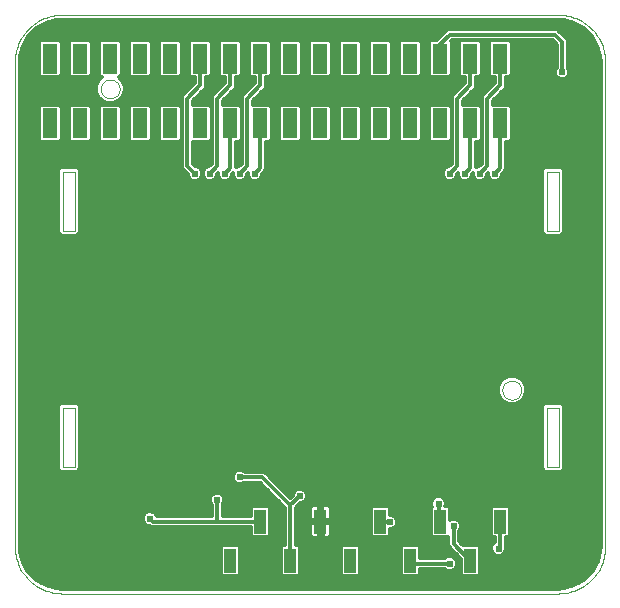
<source format=gbl>
G75*
G70*
%OFA0B0*%
%FSLAX24Y24*%
%IPPOS*%
%LPD*%
%AMOC8*
5,1,8,0,0,1.08239X$1,22.5*
%
%ADD10R,0.0394X0.0787*%
%ADD11R,0.0500X0.1000*%
%ADD12C,0.0000*%
%ADD13C,0.0120*%
%ADD14C,0.0238*%
D10*
X012607Y001600D03*
X014607Y001600D03*
X013607Y002900D03*
X015607Y002900D03*
X017607Y002900D03*
X016607Y001600D03*
X018607Y001600D03*
X020607Y001600D03*
X019607Y002900D03*
X021607Y002900D03*
D11*
X021607Y016175D03*
X020607Y016175D03*
X019607Y016175D03*
X018607Y016175D03*
X017607Y016175D03*
X016607Y016175D03*
X015607Y016175D03*
X014607Y016175D03*
X013607Y016175D03*
X012607Y016175D03*
X011607Y016175D03*
X010607Y016175D03*
X009607Y016175D03*
X008607Y016175D03*
X007607Y016175D03*
X006607Y016175D03*
X006607Y018325D03*
X007607Y018325D03*
X008607Y018325D03*
X009607Y018325D03*
X010607Y018325D03*
X011607Y018325D03*
X012607Y018325D03*
X013607Y018325D03*
X014607Y018325D03*
X015607Y018325D03*
X016607Y018325D03*
X017607Y018325D03*
X018607Y018325D03*
X019607Y018325D03*
X020607Y018325D03*
X021607Y018325D03*
D12*
X005418Y018217D02*
X005418Y002075D01*
X005420Y001998D01*
X005426Y001921D01*
X005435Y001844D01*
X005448Y001768D01*
X005465Y001692D01*
X005486Y001618D01*
X005510Y001544D01*
X005538Y001472D01*
X005569Y001402D01*
X005604Y001333D01*
X005642Y001265D01*
X005683Y001200D01*
X005728Y001137D01*
X005776Y001076D01*
X005826Y001017D01*
X005879Y000961D01*
X005935Y000908D01*
X005994Y000858D01*
X006055Y000810D01*
X006118Y000765D01*
X006183Y000724D01*
X006251Y000686D01*
X006320Y000651D01*
X006390Y000620D01*
X006462Y000592D01*
X006536Y000568D01*
X006610Y000547D01*
X006686Y000530D01*
X006762Y000517D01*
X006839Y000508D01*
X006916Y000502D01*
X006993Y000500D01*
X023528Y000500D01*
X023605Y000502D01*
X023682Y000508D01*
X023759Y000517D01*
X023835Y000530D01*
X023911Y000547D01*
X023985Y000568D01*
X024059Y000592D01*
X024131Y000620D01*
X024201Y000651D01*
X024270Y000686D01*
X024338Y000724D01*
X024403Y000765D01*
X024466Y000810D01*
X024527Y000858D01*
X024586Y000908D01*
X024642Y000961D01*
X024695Y001017D01*
X024745Y001076D01*
X024793Y001137D01*
X024838Y001200D01*
X024879Y001265D01*
X024917Y001333D01*
X024952Y001402D01*
X024983Y001472D01*
X025011Y001544D01*
X025035Y001618D01*
X025056Y001692D01*
X025073Y001768D01*
X025086Y001844D01*
X025095Y001921D01*
X025101Y001998D01*
X025103Y002075D01*
X025103Y018217D01*
X025101Y018294D01*
X025095Y018371D01*
X025086Y018448D01*
X025073Y018524D01*
X025056Y018600D01*
X025035Y018674D01*
X025011Y018748D01*
X024983Y018820D01*
X024952Y018890D01*
X024917Y018959D01*
X024879Y019027D01*
X024838Y019092D01*
X024793Y019155D01*
X024745Y019216D01*
X024695Y019275D01*
X024642Y019331D01*
X024586Y019384D01*
X024527Y019434D01*
X024466Y019482D01*
X024403Y019527D01*
X024338Y019568D01*
X024270Y019606D01*
X024201Y019641D01*
X024131Y019672D01*
X024059Y019700D01*
X023985Y019724D01*
X023911Y019745D01*
X023835Y019762D01*
X023759Y019775D01*
X023682Y019784D01*
X023605Y019790D01*
X023528Y019792D01*
X023528Y019791D02*
X006993Y019791D01*
X006993Y019792D02*
X006916Y019790D01*
X006839Y019784D01*
X006762Y019775D01*
X006686Y019762D01*
X006610Y019745D01*
X006536Y019724D01*
X006462Y019700D01*
X006390Y019672D01*
X006320Y019641D01*
X006251Y019606D01*
X006183Y019568D01*
X006118Y019527D01*
X006055Y019482D01*
X005994Y019434D01*
X005935Y019384D01*
X005879Y019331D01*
X005826Y019275D01*
X005776Y019216D01*
X005728Y019155D01*
X005683Y019092D01*
X005642Y019027D01*
X005604Y018959D01*
X005569Y018890D01*
X005538Y018820D01*
X005510Y018748D01*
X005486Y018674D01*
X005465Y018600D01*
X005448Y018524D01*
X005435Y018448D01*
X005426Y018371D01*
X005420Y018294D01*
X005418Y018217D01*
X008286Y017319D02*
X008288Y017354D01*
X008294Y017389D01*
X008304Y017423D01*
X008317Y017456D01*
X008334Y017487D01*
X008355Y017515D01*
X008378Y017542D01*
X008405Y017565D01*
X008433Y017586D01*
X008464Y017603D01*
X008497Y017616D01*
X008531Y017626D01*
X008566Y017632D01*
X008601Y017634D01*
X008636Y017632D01*
X008671Y017626D01*
X008705Y017616D01*
X008738Y017603D01*
X008769Y017586D01*
X008797Y017565D01*
X008824Y017542D01*
X008847Y017515D01*
X008868Y017487D01*
X008885Y017456D01*
X008898Y017423D01*
X008908Y017389D01*
X008914Y017354D01*
X008916Y017319D01*
X008914Y017284D01*
X008908Y017249D01*
X008898Y017215D01*
X008885Y017182D01*
X008868Y017151D01*
X008847Y017123D01*
X008824Y017096D01*
X008797Y017073D01*
X008769Y017052D01*
X008738Y017035D01*
X008705Y017022D01*
X008671Y017012D01*
X008636Y017006D01*
X008601Y017004D01*
X008566Y017006D01*
X008531Y017012D01*
X008497Y017022D01*
X008464Y017035D01*
X008433Y017052D01*
X008405Y017073D01*
X008378Y017096D01*
X008355Y017123D01*
X008334Y017151D01*
X008317Y017182D01*
X008304Y017215D01*
X008294Y017249D01*
X008288Y017284D01*
X008286Y017319D01*
X007420Y014563D02*
X007026Y014563D01*
X007026Y012594D01*
X007420Y012594D01*
X007420Y014563D01*
X007420Y006689D02*
X007026Y006689D01*
X007026Y004720D01*
X007420Y004720D01*
X007420Y006689D01*
X021672Y007280D02*
X021674Y007315D01*
X021680Y007350D01*
X021690Y007384D01*
X021703Y007417D01*
X021720Y007448D01*
X021741Y007476D01*
X021764Y007503D01*
X021791Y007526D01*
X021819Y007547D01*
X021850Y007564D01*
X021883Y007577D01*
X021917Y007587D01*
X021952Y007593D01*
X021987Y007595D01*
X022022Y007593D01*
X022057Y007587D01*
X022091Y007577D01*
X022124Y007564D01*
X022155Y007547D01*
X022183Y007526D01*
X022210Y007503D01*
X022233Y007476D01*
X022254Y007448D01*
X022271Y007417D01*
X022284Y007384D01*
X022294Y007350D01*
X022300Y007315D01*
X022302Y007280D01*
X022300Y007245D01*
X022294Y007210D01*
X022284Y007176D01*
X022271Y007143D01*
X022254Y007112D01*
X022233Y007084D01*
X022210Y007057D01*
X022183Y007034D01*
X022155Y007013D01*
X022124Y006996D01*
X022091Y006983D01*
X022057Y006973D01*
X022022Y006967D01*
X021987Y006965D01*
X021952Y006967D01*
X021917Y006973D01*
X021883Y006983D01*
X021850Y006996D01*
X021819Y007013D01*
X021791Y007034D01*
X021764Y007057D01*
X021741Y007084D01*
X021720Y007112D01*
X021703Y007143D01*
X021690Y007176D01*
X021680Y007210D01*
X021674Y007245D01*
X021672Y007280D01*
X023168Y006689D02*
X023168Y004720D01*
X023562Y004720D01*
X023562Y006689D01*
X023168Y006689D01*
X023168Y012594D02*
X023168Y014563D01*
X023562Y014563D01*
X023562Y012594D01*
X023168Y012594D01*
D13*
X023008Y012587D02*
X007580Y012587D01*
X007580Y012528D02*
X007580Y014629D01*
X007486Y014723D01*
X007354Y014723D01*
X007093Y014723D01*
X006960Y014723D01*
X006866Y014629D01*
X006866Y012528D01*
X006960Y012434D01*
X007486Y012434D01*
X007580Y012528D01*
X007520Y012469D02*
X023068Y012469D01*
X023102Y012434D02*
X023628Y012434D01*
X023722Y012528D01*
X023722Y014629D01*
X023628Y014723D01*
X023102Y014723D01*
X023008Y014629D01*
X023008Y014497D01*
X023008Y012528D01*
X023102Y012434D01*
X023008Y012706D02*
X007580Y012706D01*
X007580Y012824D02*
X023008Y012824D01*
X023008Y012943D02*
X007580Y012943D01*
X007580Y013061D02*
X023008Y013061D01*
X023008Y013180D02*
X007580Y013180D01*
X007580Y013298D02*
X023008Y013298D01*
X023008Y013417D02*
X007580Y013417D01*
X007580Y013535D02*
X023008Y013535D01*
X023008Y013654D02*
X007580Y013654D01*
X007580Y013772D02*
X023008Y013772D01*
X023008Y013891D02*
X007580Y013891D01*
X007580Y014009D02*
X023008Y014009D01*
X023008Y014128D02*
X007580Y014128D01*
X007580Y014246D02*
X023008Y014246D01*
X023008Y014365D02*
X021621Y014365D01*
X021657Y014452D01*
X021657Y014484D01*
X021787Y014614D01*
X021787Y015555D01*
X021907Y015555D01*
X021977Y015625D01*
X021977Y016725D01*
X021907Y016795D01*
X021348Y016795D01*
X021348Y016925D01*
X021787Y017364D01*
X021787Y017705D01*
X021907Y017705D01*
X021977Y017775D01*
X021977Y018875D01*
X021907Y018945D01*
X021307Y018945D01*
X021237Y018875D01*
X021237Y017775D01*
X021307Y017705D01*
X021427Y017705D01*
X021427Y017514D01*
X021094Y017180D01*
X020988Y017075D01*
X020988Y014825D01*
X020903Y014739D01*
X020871Y014739D01*
X020787Y014704D01*
X020787Y015555D01*
X020907Y015555D01*
X020977Y015625D01*
X020977Y016725D01*
X020907Y016795D01*
X020348Y016795D01*
X020348Y016925D01*
X020787Y017364D01*
X020787Y017705D01*
X020907Y017705D01*
X020977Y017775D01*
X020977Y018875D01*
X020907Y018945D01*
X020307Y018945D01*
X020237Y018875D01*
X020237Y017775D01*
X020307Y017705D01*
X020427Y017705D01*
X020427Y017514D01*
X020094Y017180D01*
X019988Y017075D01*
X019988Y014825D01*
X019903Y014739D01*
X019871Y014739D01*
X019783Y014703D01*
X019715Y014635D01*
X019679Y014548D01*
X019679Y014452D01*
X019715Y014365D01*
X019783Y014297D01*
X019871Y014261D01*
X019966Y014261D01*
X020054Y014297D01*
X020121Y014365D01*
X020157Y014452D01*
X020157Y014484D01*
X020179Y014506D01*
X020179Y014452D01*
X020215Y014365D01*
X020283Y014297D01*
X020371Y014261D01*
X020466Y014261D01*
X020554Y014297D01*
X020621Y014365D01*
X020657Y014452D01*
X020657Y014484D01*
X020679Y014506D01*
X020679Y014452D01*
X020715Y014365D01*
X020783Y014297D01*
X020871Y014261D01*
X020966Y014261D01*
X021054Y014297D01*
X021121Y014365D01*
X021157Y014452D01*
X021157Y014484D01*
X021179Y014506D01*
X021179Y014452D01*
X021215Y014365D01*
X021283Y014297D01*
X021371Y014261D01*
X021466Y014261D01*
X021554Y014297D01*
X021621Y014365D01*
X021657Y014483D02*
X023008Y014483D01*
X023008Y014602D02*
X021774Y014602D01*
X021787Y014720D02*
X023099Y014720D01*
X023631Y014720D02*
X024943Y014720D01*
X024943Y014602D02*
X023722Y014602D01*
X023722Y014483D02*
X024943Y014483D01*
X024943Y014365D02*
X023722Y014365D01*
X023722Y014246D02*
X024943Y014246D01*
X024943Y014128D02*
X023722Y014128D01*
X023722Y014009D02*
X024943Y014009D01*
X024943Y013891D02*
X023722Y013891D01*
X023722Y013772D02*
X024943Y013772D01*
X024943Y013654D02*
X023722Y013654D01*
X023722Y013535D02*
X024943Y013535D01*
X024943Y013417D02*
X023722Y013417D01*
X023722Y013298D02*
X024943Y013298D01*
X024943Y013180D02*
X023722Y013180D01*
X023722Y013061D02*
X024943Y013061D01*
X024943Y012943D02*
X023722Y012943D01*
X023722Y012824D02*
X024943Y012824D01*
X024943Y012706D02*
X023722Y012706D01*
X023722Y012587D02*
X024943Y012587D01*
X024943Y012469D02*
X023662Y012469D01*
X024943Y012350D02*
X005578Y012350D01*
X005578Y012232D02*
X024943Y012232D01*
X024943Y012113D02*
X005578Y012113D01*
X005578Y011995D02*
X024943Y011995D01*
X024943Y011876D02*
X005578Y011876D01*
X005578Y011758D02*
X024943Y011758D01*
X024943Y011639D02*
X005578Y011639D01*
X005578Y011521D02*
X024943Y011521D01*
X024943Y011402D02*
X005578Y011402D01*
X005578Y011284D02*
X024943Y011284D01*
X024943Y011165D02*
X005578Y011165D01*
X005578Y011047D02*
X024943Y011047D01*
X024943Y010928D02*
X005578Y010928D01*
X005578Y010810D02*
X024943Y010810D01*
X024943Y010691D02*
X005578Y010691D01*
X005578Y010573D02*
X024943Y010573D01*
X024943Y010454D02*
X005578Y010454D01*
X005578Y010336D02*
X024943Y010336D01*
X024943Y010217D02*
X005578Y010217D01*
X005578Y010099D02*
X024943Y010099D01*
X024943Y009980D02*
X005578Y009980D01*
X005578Y009862D02*
X024943Y009862D01*
X024943Y009743D02*
X005578Y009743D01*
X005578Y009625D02*
X024943Y009625D01*
X024943Y009506D02*
X005578Y009506D01*
X005578Y009388D02*
X024943Y009388D01*
X024943Y009269D02*
X005578Y009269D01*
X005578Y009151D02*
X024943Y009151D01*
X024943Y009032D02*
X005578Y009032D01*
X005578Y008914D02*
X024943Y008914D01*
X024943Y008795D02*
X005578Y008795D01*
X005578Y008677D02*
X024943Y008677D01*
X024943Y008558D02*
X005578Y008558D01*
X005578Y008440D02*
X024943Y008440D01*
X024943Y008321D02*
X005578Y008321D01*
X005578Y008203D02*
X024943Y008203D01*
X024943Y008084D02*
X005578Y008084D01*
X005578Y007966D02*
X024943Y007966D01*
X024943Y007847D02*
X005578Y007847D01*
X005578Y007729D02*
X021830Y007729D01*
X021893Y007754D02*
X021718Y007682D01*
X021584Y007549D01*
X021512Y007374D01*
X021512Y007185D01*
X021584Y007010D01*
X021718Y006877D01*
X021893Y006805D01*
X022081Y006805D01*
X022256Y006877D01*
X022390Y007010D01*
X022462Y007185D01*
X022462Y007374D01*
X022390Y007549D01*
X022256Y007682D01*
X022081Y007754D01*
X021893Y007754D01*
X022144Y007729D02*
X024943Y007729D01*
X024943Y007610D02*
X022328Y007610D01*
X022413Y007492D02*
X024943Y007492D01*
X024943Y007373D02*
X022462Y007373D01*
X022462Y007255D02*
X024943Y007255D01*
X024943Y007136D02*
X022442Y007136D01*
X022393Y007018D02*
X024943Y007018D01*
X024943Y006899D02*
X022278Y006899D01*
X021696Y006899D02*
X005578Y006899D01*
X005578Y006781D02*
X006892Y006781D01*
X006866Y006755D02*
X006960Y006849D01*
X007093Y006849D01*
X007354Y006849D01*
X007486Y006849D01*
X007580Y006755D01*
X007580Y004654D01*
X007486Y004560D01*
X006960Y004560D01*
X006866Y004654D01*
X006866Y006755D01*
X006866Y006662D02*
X005578Y006662D01*
X005578Y006544D02*
X006866Y006544D01*
X006866Y006425D02*
X005578Y006425D01*
X005578Y006307D02*
X006866Y006307D01*
X006866Y006188D02*
X005578Y006188D01*
X005578Y006070D02*
X006866Y006070D01*
X006866Y005951D02*
X005578Y005951D01*
X005578Y005833D02*
X006866Y005833D01*
X006866Y005714D02*
X005578Y005714D01*
X005578Y005596D02*
X006866Y005596D01*
X006866Y005477D02*
X005578Y005477D01*
X005578Y005359D02*
X006866Y005359D01*
X006866Y005240D02*
X005578Y005240D01*
X005578Y005122D02*
X006866Y005122D01*
X006866Y005003D02*
X005578Y005003D01*
X005578Y004885D02*
X006866Y004885D01*
X006866Y004766D02*
X005578Y004766D01*
X005578Y004648D02*
X006873Y004648D01*
X007573Y004648D02*
X023015Y004648D01*
X023008Y004654D02*
X023102Y004560D01*
X023628Y004560D01*
X023722Y004654D01*
X023722Y006755D01*
X023628Y006849D01*
X023496Y006849D01*
X023234Y006849D01*
X023102Y006849D01*
X023008Y006755D01*
X023008Y004654D01*
X023008Y004766D02*
X007580Y004766D01*
X007580Y004885D02*
X023008Y004885D01*
X023008Y005003D02*
X007580Y005003D01*
X007580Y005122D02*
X023008Y005122D01*
X023008Y005240D02*
X007580Y005240D01*
X007580Y005359D02*
X023008Y005359D01*
X023008Y005477D02*
X007580Y005477D01*
X007580Y005596D02*
X023008Y005596D01*
X023008Y005714D02*
X007580Y005714D01*
X007580Y005833D02*
X023008Y005833D01*
X023008Y005951D02*
X007580Y005951D01*
X007580Y006070D02*
X023008Y006070D01*
X023008Y006188D02*
X007580Y006188D01*
X007580Y006307D02*
X023008Y006307D01*
X023008Y006425D02*
X007580Y006425D01*
X007580Y006544D02*
X023008Y006544D01*
X023008Y006662D02*
X007580Y006662D01*
X007555Y006781D02*
X023033Y006781D01*
X023697Y006781D02*
X024943Y006781D01*
X024943Y006662D02*
X023722Y006662D01*
X023722Y006544D02*
X024943Y006544D01*
X024943Y006425D02*
X023722Y006425D01*
X023722Y006307D02*
X024943Y006307D01*
X024943Y006188D02*
X023722Y006188D01*
X023722Y006070D02*
X024943Y006070D01*
X024943Y005951D02*
X023722Y005951D01*
X023722Y005833D02*
X024943Y005833D01*
X024943Y005714D02*
X023722Y005714D01*
X023722Y005596D02*
X024943Y005596D01*
X024918Y005500D02*
X023918Y004500D01*
X016168Y004500D01*
X015981Y004313D01*
X016043Y004375D01*
X016043Y004875D01*
X015418Y004500D02*
X015168Y004750D01*
X012543Y004750D01*
X012734Y004529D02*
X005578Y004529D01*
X005578Y004411D02*
X012679Y004411D01*
X012679Y004423D02*
X012679Y004327D01*
X012715Y004240D01*
X012783Y004172D01*
X012871Y004136D01*
X012966Y004136D01*
X013054Y004172D01*
X013076Y004195D01*
X013597Y004195D01*
X014427Y003364D01*
X014427Y002114D01*
X014361Y002114D01*
X014290Y002044D01*
X014290Y001157D01*
X014361Y001087D01*
X014854Y001087D01*
X014924Y001157D01*
X014924Y002044D01*
X014854Y002114D01*
X014787Y002114D01*
X014787Y003364D01*
X014934Y003511D01*
X014966Y003511D01*
X015054Y003547D01*
X015121Y003615D01*
X015157Y003702D01*
X015157Y003798D01*
X015121Y003885D01*
X015054Y003953D01*
X014966Y003989D01*
X014871Y003989D01*
X014783Y003953D01*
X014715Y003885D01*
X014679Y003798D01*
X014679Y003766D01*
X014607Y003694D01*
X013746Y004555D01*
X013076Y004555D01*
X013054Y004578D01*
X012966Y004614D01*
X012871Y004614D01*
X012783Y004578D01*
X012715Y004510D01*
X012679Y004423D01*
X012694Y004292D02*
X005578Y004292D01*
X005578Y004174D02*
X012782Y004174D01*
X012918Y004375D02*
X013671Y004375D01*
X014607Y003439D01*
X014918Y003750D01*
X014607Y003439D01*
X014607Y001600D01*
X014290Y001567D02*
X012924Y001567D01*
X012924Y001685D02*
X014290Y001685D01*
X014290Y001804D02*
X012924Y001804D01*
X012924Y001922D02*
X014290Y001922D01*
X014290Y002041D02*
X012924Y002041D01*
X012924Y002044D02*
X012854Y002114D01*
X012361Y002114D01*
X012290Y002044D01*
X012290Y001157D01*
X012361Y001087D01*
X012854Y001087D01*
X012924Y001157D01*
X012924Y002044D01*
X013290Y002456D02*
X013361Y002386D01*
X013854Y002386D01*
X013924Y002456D01*
X013924Y003343D01*
X013854Y003413D01*
X013361Y003413D01*
X013290Y003343D01*
X013290Y003080D01*
X012348Y003080D01*
X012348Y003467D01*
X012371Y003490D01*
X012407Y003577D01*
X012407Y003673D01*
X012371Y003760D01*
X012304Y003828D01*
X012216Y003864D01*
X012121Y003864D01*
X012033Y003828D01*
X011965Y003760D01*
X011929Y003673D01*
X011929Y003577D01*
X011965Y003490D01*
X011988Y003467D01*
X011988Y003080D01*
X010144Y003080D01*
X010121Y003135D01*
X010054Y003203D01*
X009966Y003239D01*
X009871Y003239D01*
X009783Y003203D01*
X009715Y003135D01*
X009679Y003048D01*
X009679Y002952D01*
X009715Y002865D01*
X009783Y002797D01*
X009871Y002761D01*
X009903Y002761D01*
X009944Y002720D01*
X013290Y002720D01*
X013290Y002456D01*
X013290Y002515D02*
X005578Y002515D01*
X005578Y002633D02*
X013290Y002633D01*
X013607Y002900D02*
X012168Y002900D01*
X012168Y003625D01*
X011940Y003700D02*
X005578Y003700D01*
X005578Y003818D02*
X012023Y003818D01*
X011929Y003581D02*
X005578Y003581D01*
X005578Y003463D02*
X011988Y003463D01*
X011988Y003344D02*
X005578Y003344D01*
X005578Y003226D02*
X009838Y003226D01*
X009998Y003226D02*
X011988Y003226D01*
X011988Y003107D02*
X010133Y003107D01*
X010019Y002900D02*
X009918Y003000D01*
X010019Y002900D02*
X012168Y002900D01*
X012348Y003107D02*
X013290Y003107D01*
X013290Y003226D02*
X012348Y003226D01*
X012348Y003344D02*
X013291Y003344D01*
X013923Y003344D02*
X014427Y003344D01*
X014427Y003226D02*
X013924Y003226D01*
X013924Y003107D02*
X014427Y003107D01*
X014427Y002989D02*
X013924Y002989D01*
X013924Y002870D02*
X014427Y002870D01*
X014427Y002752D02*
X013924Y002752D01*
X013924Y002633D02*
X014427Y002633D01*
X014427Y002515D02*
X013924Y002515D01*
X013864Y002396D02*
X014427Y002396D01*
X014427Y002278D02*
X005578Y002278D01*
X005578Y002396D02*
X013350Y002396D01*
X012290Y002041D02*
X005580Y002041D01*
X005578Y002075D02*
X005578Y018217D01*
X005590Y018401D01*
X005686Y018758D01*
X005870Y019078D01*
X006132Y019339D01*
X006451Y019524D01*
X006808Y019619D01*
X006993Y019631D01*
X023528Y019631D01*
X023713Y019619D01*
X024070Y019524D01*
X024390Y019339D01*
X024651Y019078D01*
X024835Y018758D01*
X024931Y018401D01*
X024943Y018217D01*
X024943Y018150D01*
X024943Y002075D01*
X024931Y001890D01*
X024835Y001533D01*
X024651Y001214D01*
X024390Y000952D01*
X024070Y000768D01*
X023713Y000672D01*
X023528Y000660D01*
X006993Y000660D01*
X006808Y000672D01*
X006451Y000768D01*
X006132Y000952D01*
X005870Y001214D01*
X005686Y001533D01*
X005590Y001890D01*
X005578Y002075D01*
X005578Y002159D02*
X014427Y002159D01*
X014787Y002159D02*
X019863Y002159D01*
X019863Y002090D02*
X020290Y001663D01*
X020290Y001157D01*
X020361Y001087D01*
X020854Y001087D01*
X020924Y001157D01*
X020924Y002044D01*
X020854Y002114D01*
X020361Y002114D01*
X020354Y002108D01*
X020223Y002239D01*
X020223Y002592D01*
X020246Y002615D01*
X020282Y002702D01*
X020282Y002798D01*
X020246Y002885D01*
X020179Y002953D01*
X020091Y002989D01*
X019996Y002989D01*
X019924Y002959D01*
X019924Y003343D01*
X019854Y003413D01*
X019766Y003413D01*
X019782Y003452D01*
X019782Y003548D01*
X019746Y003635D01*
X019679Y003703D01*
X019591Y003739D01*
X019496Y003739D01*
X019408Y003703D01*
X019340Y003635D01*
X019304Y003548D01*
X019304Y003452D01*
X019332Y003385D01*
X019290Y003343D01*
X019290Y002456D01*
X019361Y002386D01*
X019854Y002386D01*
X019863Y002395D01*
X019863Y002090D01*
X019912Y002041D02*
X018924Y002041D01*
X018924Y002044D02*
X018854Y002114D01*
X018361Y002114D01*
X018290Y002044D01*
X018290Y001157D01*
X018361Y001087D01*
X018854Y001087D01*
X018924Y001157D01*
X018924Y001320D01*
X019760Y001320D01*
X019783Y001297D01*
X019871Y001261D01*
X019966Y001261D01*
X020054Y001297D01*
X020121Y001365D01*
X020157Y001452D01*
X020157Y001548D01*
X020121Y001635D01*
X020054Y001703D01*
X019966Y001739D01*
X019871Y001739D01*
X019783Y001703D01*
X019760Y001680D01*
X018924Y001680D01*
X018924Y002044D01*
X018924Y001922D02*
X020031Y001922D01*
X020149Y001804D02*
X018924Y001804D01*
X018924Y001685D02*
X019765Y001685D01*
X019918Y001500D02*
X018707Y001500D01*
X018607Y001600D01*
X018290Y001567D02*
X016924Y001567D01*
X016924Y001685D02*
X018290Y001685D01*
X018290Y001804D02*
X016924Y001804D01*
X016924Y001922D02*
X018290Y001922D01*
X018290Y002041D02*
X016924Y002041D01*
X016924Y002044D02*
X016854Y002114D01*
X016361Y002114D01*
X016290Y002044D01*
X016290Y001157D01*
X016361Y001087D01*
X016854Y001087D01*
X016924Y001157D01*
X016924Y002044D01*
X017350Y002396D02*
X015920Y002396D01*
X015932Y002408D02*
X015953Y002444D01*
X015964Y002485D01*
X015964Y002861D01*
X015646Y002861D01*
X015646Y002938D01*
X015964Y002938D01*
X015964Y003314D01*
X015953Y003355D01*
X015932Y003392D01*
X015902Y003421D01*
X015866Y003442D01*
X015825Y003453D01*
X015646Y003453D01*
X015646Y002938D01*
X015569Y002938D01*
X015569Y003453D01*
X015389Y003453D01*
X015348Y003442D01*
X015312Y003421D01*
X015282Y003392D01*
X015261Y003355D01*
X015250Y003314D01*
X015250Y002938D01*
X015569Y002938D01*
X015569Y002861D01*
X015646Y002861D01*
X015646Y002346D01*
X015825Y002346D01*
X015866Y002357D01*
X015902Y002378D01*
X015932Y002408D01*
X015964Y002515D02*
X017290Y002515D01*
X017290Y002456D02*
X017361Y002386D01*
X017854Y002386D01*
X017924Y002456D01*
X017924Y002636D01*
X017966Y002636D01*
X018054Y002672D01*
X018121Y002740D01*
X018157Y002827D01*
X018157Y002923D01*
X018121Y003010D01*
X018054Y003078D01*
X017966Y003114D01*
X017924Y003114D01*
X017924Y003343D01*
X017854Y003413D01*
X017361Y003413D01*
X017290Y003343D01*
X017290Y002456D01*
X017290Y002633D02*
X015964Y002633D01*
X015964Y002752D02*
X017290Y002752D01*
X017290Y002870D02*
X015646Y002870D01*
X015607Y002900D02*
X015668Y002961D01*
X015668Y004000D01*
X015793Y004125D01*
X015418Y004500D01*
X015293Y004625D01*
X015293Y004875D01*
X015981Y004313D02*
X015793Y004125D01*
X015149Y003818D02*
X024943Y003818D01*
X024943Y003700D02*
X019682Y003700D01*
X019768Y003581D02*
X024943Y003581D01*
X024943Y003463D02*
X019782Y003463D01*
X019923Y003344D02*
X021291Y003344D01*
X021290Y003343D02*
X021290Y002456D01*
X021361Y002386D01*
X021427Y002386D01*
X021427Y002211D01*
X021408Y002203D01*
X021340Y002135D01*
X021304Y002048D01*
X021304Y001952D01*
X021340Y001865D01*
X021408Y001797D01*
X021496Y001761D01*
X021591Y001761D01*
X021679Y001797D01*
X021746Y001865D01*
X021782Y001952D01*
X021782Y001984D01*
X021787Y001989D01*
X021787Y002386D01*
X021854Y002386D01*
X021924Y002456D01*
X021924Y003343D01*
X021854Y003413D01*
X021361Y003413D01*
X021290Y003343D01*
X021290Y003226D02*
X019924Y003226D01*
X019924Y003107D02*
X021290Y003107D01*
X021290Y002989D02*
X020092Y002989D01*
X019994Y002989D02*
X019924Y002989D01*
X020043Y002750D02*
X020043Y002164D01*
X020607Y001600D01*
X020290Y001567D02*
X020149Y001567D01*
X020155Y001448D02*
X020290Y001448D01*
X020290Y001330D02*
X020086Y001330D01*
X020290Y001211D02*
X018924Y001211D01*
X018859Y001093D02*
X020355Y001093D01*
X020859Y001093D02*
X024530Y001093D01*
X024648Y001211D02*
X020924Y001211D01*
X020924Y001330D02*
X024718Y001330D01*
X024786Y001448D02*
X020924Y001448D01*
X020924Y001567D02*
X024844Y001567D01*
X024876Y001685D02*
X020924Y001685D01*
X020924Y001804D02*
X021402Y001804D01*
X021317Y001922D02*
X020924Y001922D01*
X020924Y002041D02*
X021304Y002041D01*
X021364Y002159D02*
X020303Y002159D01*
X020223Y002278D02*
X021427Y002278D01*
X021350Y002396D02*
X020223Y002396D01*
X020223Y002515D02*
X021290Y002515D01*
X021290Y002633D02*
X020253Y002633D01*
X020282Y002752D02*
X021290Y002752D01*
X021290Y002870D02*
X020252Y002870D01*
X019607Y002900D02*
X019543Y002964D01*
X019543Y003500D01*
X019318Y003581D02*
X015087Y003581D01*
X015156Y003700D02*
X019405Y003700D01*
X019304Y003463D02*
X014885Y003463D01*
X014787Y003344D02*
X015258Y003344D01*
X015250Y003226D02*
X014787Y003226D01*
X014787Y003107D02*
X015250Y003107D01*
X015250Y002989D02*
X014787Y002989D01*
X014787Y002870D02*
X015569Y002870D01*
X015569Y002861D02*
X015250Y002861D01*
X015250Y002485D01*
X015261Y002444D01*
X015282Y002408D01*
X015312Y002378D01*
X015348Y002357D01*
X015389Y002346D01*
X015569Y002346D01*
X015569Y002861D01*
X015607Y002900D02*
X015607Y002436D01*
X015668Y002375D01*
X015646Y002396D02*
X015569Y002396D01*
X015569Y002515D02*
X015646Y002515D01*
X015646Y002633D02*
X015569Y002633D01*
X015569Y002752D02*
X015646Y002752D01*
X015646Y002989D02*
X015569Y002989D01*
X015569Y003107D02*
X015646Y003107D01*
X015646Y003226D02*
X015569Y003226D01*
X015569Y003344D02*
X015646Y003344D01*
X015956Y003344D02*
X017291Y003344D01*
X017290Y003226D02*
X015964Y003226D01*
X015964Y003107D02*
X017290Y003107D01*
X017290Y002989D02*
X015964Y002989D01*
X015250Y002752D02*
X014787Y002752D01*
X014787Y002633D02*
X015250Y002633D01*
X015250Y002515D02*
X014787Y002515D01*
X014787Y002396D02*
X015294Y002396D01*
X014924Y002041D02*
X016290Y002041D01*
X016290Y001922D02*
X014924Y001922D01*
X014924Y001804D02*
X016290Y001804D01*
X016290Y001685D02*
X014924Y001685D01*
X014924Y001567D02*
X016290Y001567D01*
X016290Y001448D02*
X014924Y001448D01*
X014924Y001330D02*
X016290Y001330D01*
X016290Y001211D02*
X014924Y001211D01*
X014859Y001093D02*
X016355Y001093D01*
X016859Y001093D02*
X018355Y001093D01*
X018290Y001211D02*
X016924Y001211D01*
X016924Y001330D02*
X018290Y001330D01*
X018290Y001448D02*
X016924Y001448D01*
X017864Y002396D02*
X019350Y002396D01*
X019290Y002515D02*
X017924Y002515D01*
X017924Y002633D02*
X019290Y002633D01*
X019290Y002752D02*
X018126Y002752D01*
X018157Y002870D02*
X019290Y002870D01*
X019290Y002989D02*
X018130Y002989D01*
X017983Y003107D02*
X019290Y003107D01*
X019290Y003226D02*
X017924Y003226D01*
X017923Y003344D02*
X019291Y003344D01*
X019863Y002278D02*
X014787Y002278D01*
X014290Y001448D02*
X012924Y001448D01*
X012924Y001330D02*
X014290Y001330D01*
X014290Y001211D02*
X012924Y001211D01*
X012859Y001093D02*
X014355Y001093D01*
X012355Y001093D02*
X005991Y001093D01*
X005873Y001211D02*
X012290Y001211D01*
X012290Y001330D02*
X005804Y001330D01*
X005735Y001448D02*
X012290Y001448D01*
X012290Y001567D02*
X005677Y001567D01*
X005645Y001685D02*
X012290Y001685D01*
X012290Y001804D02*
X005613Y001804D01*
X005588Y001922D02*
X012290Y001922D01*
X012348Y003463D02*
X014329Y003463D01*
X014210Y003581D02*
X012407Y003581D01*
X012396Y003700D02*
X014092Y003700D01*
X013973Y003818D02*
X012313Y003818D01*
X013055Y004174D02*
X013618Y004174D01*
X013736Y004055D02*
X005578Y004055D01*
X005578Y003937D02*
X013855Y003937D01*
X014127Y004174D02*
X024943Y004174D01*
X024943Y004292D02*
X014009Y004292D01*
X013890Y004411D02*
X024943Y004411D01*
X024943Y004529D02*
X013772Y004529D01*
X014246Y004055D02*
X024943Y004055D01*
X024943Y003937D02*
X015070Y003937D01*
X014767Y003937D02*
X014364Y003937D01*
X014483Y003818D02*
X014688Y003818D01*
X014613Y003700D02*
X014601Y003700D01*
X017607Y002900D02*
X017632Y002875D01*
X017918Y002875D01*
X020071Y001685D02*
X020268Y001685D01*
X021543Y002000D02*
X021607Y002064D01*
X021607Y002900D01*
X021924Y002870D02*
X024943Y002870D01*
X024943Y002752D02*
X021924Y002752D01*
X021924Y002633D02*
X024943Y002633D01*
X024943Y002515D02*
X021924Y002515D01*
X021864Y002396D02*
X024943Y002396D01*
X024943Y002278D02*
X021787Y002278D01*
X021787Y002159D02*
X024943Y002159D01*
X024941Y002041D02*
X021787Y002041D01*
X021770Y001922D02*
X024933Y001922D01*
X024908Y001804D02*
X021685Y001804D01*
X021924Y002989D02*
X024943Y002989D01*
X024943Y003107D02*
X021924Y003107D01*
X021924Y003226D02*
X024943Y003226D01*
X024943Y003344D02*
X021923Y003344D01*
X023715Y004648D02*
X024943Y004648D01*
X024943Y004766D02*
X023722Y004766D01*
X023722Y004885D02*
X024943Y004885D01*
X024943Y005003D02*
X023722Y005003D01*
X023722Y005122D02*
X024943Y005122D01*
X024943Y005240D02*
X023722Y005240D01*
X023722Y005359D02*
X024943Y005359D01*
X024943Y005477D02*
X023722Y005477D01*
X024918Y005500D02*
X024918Y016000D01*
X024293Y016625D01*
X024943Y016616D02*
X021977Y016616D01*
X021977Y016498D02*
X024943Y016498D01*
X024943Y016379D02*
X021977Y016379D01*
X021977Y016261D02*
X024943Y016261D01*
X024943Y016142D02*
X021977Y016142D01*
X021977Y016024D02*
X024943Y016024D01*
X024943Y015905D02*
X021977Y015905D01*
X021977Y015787D02*
X024943Y015787D01*
X024943Y015668D02*
X021977Y015668D01*
X021787Y015550D02*
X024943Y015550D01*
X024943Y015431D02*
X021787Y015431D01*
X021787Y015313D02*
X024943Y015313D01*
X024943Y015194D02*
X021787Y015194D01*
X021787Y015076D02*
X024943Y015076D01*
X024943Y014957D02*
X021787Y014957D01*
X021787Y014839D02*
X024943Y014839D01*
X024943Y016735D02*
X021967Y016735D01*
X021513Y017090D02*
X024943Y017090D01*
X024943Y016972D02*
X021394Y016972D01*
X021348Y016853D02*
X024943Y016853D01*
X024943Y017209D02*
X021631Y017209D01*
X021750Y017327D02*
X024943Y017327D01*
X024943Y017446D02*
X021787Y017446D01*
X021787Y017564D02*
X024943Y017564D01*
X024943Y017683D02*
X023814Y017683D01*
X023804Y017672D02*
X023871Y017740D01*
X023907Y017827D01*
X023907Y017923D01*
X023871Y018010D01*
X023848Y018033D01*
X023848Y018950D01*
X023743Y019055D01*
X023493Y019305D01*
X019844Y019305D01*
X019738Y019200D01*
X019483Y018945D01*
X019307Y018945D01*
X019237Y018875D01*
X019237Y017775D01*
X019307Y017705D01*
X019907Y017705D01*
X019977Y017775D01*
X019977Y018875D01*
X019950Y018902D01*
X019993Y018945D01*
X023344Y018945D01*
X023488Y018800D01*
X023488Y018033D01*
X023465Y018010D01*
X023429Y017923D01*
X023429Y017827D01*
X023465Y017740D01*
X023533Y017672D01*
X023621Y017636D01*
X023716Y017636D01*
X023804Y017672D01*
X023896Y017801D02*
X024943Y017801D01*
X024943Y017920D02*
X023907Y017920D01*
X023848Y018038D02*
X024943Y018038D01*
X024943Y018157D02*
X023848Y018157D01*
X023848Y018275D02*
X024939Y018275D01*
X024932Y018394D02*
X023848Y018394D01*
X023848Y018512D02*
X024901Y018512D01*
X024870Y018631D02*
X023848Y018631D01*
X023848Y018749D02*
X024838Y018749D01*
X024772Y018868D02*
X023848Y018868D01*
X023812Y018986D02*
X024704Y018986D01*
X024624Y019105D02*
X023693Y019105D01*
X023575Y019223D02*
X024506Y019223D01*
X024390Y019339D02*
X024390Y019339D01*
X024385Y019342D02*
X006136Y019342D01*
X006016Y019223D02*
X019762Y019223D01*
X019643Y019105D02*
X005897Y019105D01*
X005817Y018986D02*
X019525Y018986D01*
X019607Y018814D02*
X019918Y019125D01*
X023418Y019125D01*
X023668Y018875D01*
X023668Y017875D01*
X023440Y017801D02*
X021977Y017801D01*
X021977Y017920D02*
X023429Y017920D01*
X023488Y018038D02*
X021977Y018038D01*
X021977Y018157D02*
X023488Y018157D01*
X023488Y018275D02*
X021977Y018275D01*
X021977Y018394D02*
X023488Y018394D01*
X023488Y018512D02*
X021977Y018512D01*
X021977Y018631D02*
X023488Y018631D01*
X023488Y018749D02*
X021977Y018749D01*
X021977Y018868D02*
X023421Y018868D01*
X024180Y019460D02*
X006341Y019460D01*
X006656Y019579D02*
X023865Y019579D01*
X021607Y018325D02*
X021607Y017439D01*
X021168Y017000D01*
X021168Y014750D01*
X020918Y014500D01*
X020679Y014483D02*
X020657Y014483D01*
X020621Y014365D02*
X020716Y014365D01*
X020418Y014500D02*
X020607Y014689D01*
X020607Y016175D01*
X020977Y016142D02*
X020988Y016142D01*
X020977Y016024D02*
X020988Y016024D01*
X020977Y015905D02*
X020988Y015905D01*
X020977Y015787D02*
X020988Y015787D01*
X020977Y015668D02*
X020988Y015668D01*
X020988Y015550D02*
X020787Y015550D01*
X020787Y015431D02*
X020988Y015431D01*
X020988Y015313D02*
X020787Y015313D01*
X020787Y015194D02*
X020988Y015194D01*
X020988Y015076D02*
X020787Y015076D01*
X020787Y014957D02*
X020988Y014957D01*
X020988Y014839D02*
X020787Y014839D01*
X020787Y014720D02*
X020825Y014720D01*
X021157Y014483D02*
X021179Y014483D01*
X021216Y014365D02*
X021121Y014365D01*
X021418Y014500D02*
X021607Y014689D01*
X021607Y016175D01*
X020988Y016261D02*
X020977Y016261D01*
X020977Y016379D02*
X020988Y016379D01*
X020977Y016498D02*
X020988Y016498D01*
X020977Y016616D02*
X020988Y016616D01*
X020988Y016735D02*
X020967Y016735D01*
X020988Y016853D02*
X020348Y016853D01*
X020394Y016972D02*
X020988Y016972D01*
X021004Y017090D02*
X020513Y017090D01*
X020631Y017209D02*
X021122Y017209D01*
X021241Y017327D02*
X020750Y017327D01*
X020787Y017446D02*
X021359Y017446D01*
X021427Y017564D02*
X020787Y017564D01*
X020787Y017683D02*
X021427Y017683D01*
X021237Y017801D02*
X020977Y017801D01*
X020977Y017920D02*
X021237Y017920D01*
X021237Y018038D02*
X020977Y018038D01*
X020977Y018157D02*
X021237Y018157D01*
X021237Y018275D02*
X020977Y018275D01*
X020977Y018394D02*
X021237Y018394D01*
X021237Y018512D02*
X020977Y018512D01*
X020977Y018631D02*
X021237Y018631D01*
X021237Y018749D02*
X020977Y018749D01*
X020977Y018868D02*
X021237Y018868D01*
X020607Y018325D02*
X020607Y017439D01*
X020168Y017000D01*
X020168Y014750D01*
X019918Y014500D01*
X019701Y014602D02*
X013774Y014602D01*
X013787Y014614D02*
X013787Y015555D01*
X013907Y015555D01*
X013977Y015625D01*
X013977Y016725D01*
X013907Y016795D01*
X013348Y016795D01*
X013348Y016925D01*
X013787Y017364D01*
X013787Y017705D01*
X013907Y017705D01*
X013977Y017775D01*
X013977Y018875D01*
X013907Y018945D01*
X013307Y018945D01*
X013237Y018875D01*
X013237Y017775D01*
X013307Y017705D01*
X013427Y017705D01*
X013427Y017514D01*
X013094Y017180D01*
X012988Y017075D01*
X012988Y014825D01*
X012903Y014739D01*
X012871Y014739D01*
X012787Y014704D01*
X012787Y015555D01*
X012907Y015555D01*
X012977Y015625D01*
X012977Y016725D01*
X012907Y016795D01*
X012348Y016795D01*
X012348Y016925D01*
X012787Y017364D01*
X012787Y017705D01*
X012907Y017705D01*
X012977Y017775D01*
X012977Y018875D01*
X012907Y018945D01*
X012307Y018945D01*
X012237Y018875D01*
X012237Y017775D01*
X012307Y017705D01*
X012427Y017705D01*
X012427Y017514D01*
X012094Y017180D01*
X011988Y017075D01*
X011988Y014825D01*
X011903Y014739D01*
X011871Y014739D01*
X011783Y014703D01*
X011715Y014635D01*
X011679Y014548D01*
X011679Y014452D01*
X011715Y014365D01*
X011783Y014297D01*
X011871Y014261D01*
X011966Y014261D01*
X012054Y014297D01*
X012121Y014365D01*
X012157Y014452D01*
X012157Y014484D01*
X012179Y014506D01*
X012179Y014452D01*
X012215Y014365D01*
X012283Y014297D01*
X012371Y014261D01*
X012466Y014261D01*
X012554Y014297D01*
X012621Y014365D01*
X012657Y014452D01*
X012657Y014484D01*
X012679Y014506D01*
X012679Y014452D01*
X012715Y014365D01*
X012783Y014297D01*
X012871Y014261D01*
X012966Y014261D01*
X013054Y014297D01*
X013121Y014365D01*
X013157Y014452D01*
X013157Y014484D01*
X013179Y014506D01*
X013179Y014452D01*
X013215Y014365D01*
X013283Y014297D01*
X013371Y014261D01*
X013466Y014261D01*
X013554Y014297D01*
X013621Y014365D01*
X013657Y014452D01*
X013657Y014484D01*
X013787Y014614D01*
X013787Y014720D02*
X019825Y014720D01*
X019988Y014839D02*
X013787Y014839D01*
X013787Y014957D02*
X019988Y014957D01*
X019988Y015076D02*
X013787Y015076D01*
X013787Y015194D02*
X019988Y015194D01*
X019988Y015313D02*
X013787Y015313D01*
X013787Y015431D02*
X019988Y015431D01*
X019988Y015550D02*
X013787Y015550D01*
X013977Y015668D02*
X014237Y015668D01*
X014237Y015625D02*
X014307Y015555D01*
X014907Y015555D01*
X014977Y015625D01*
X014977Y016725D01*
X014907Y016795D01*
X014307Y016795D01*
X014237Y016725D01*
X014237Y015625D01*
X014237Y015787D02*
X013977Y015787D01*
X013977Y015905D02*
X014237Y015905D01*
X014237Y016024D02*
X013977Y016024D01*
X013977Y016142D02*
X014237Y016142D01*
X014237Y016261D02*
X013977Y016261D01*
X013977Y016379D02*
X014237Y016379D01*
X014237Y016498D02*
X013977Y016498D01*
X013977Y016616D02*
X014237Y016616D01*
X014247Y016735D02*
X013967Y016735D01*
X013513Y017090D02*
X020004Y017090D01*
X019988Y016972D02*
X013394Y016972D01*
X013348Y016853D02*
X019988Y016853D01*
X019907Y016795D02*
X019307Y016795D01*
X019237Y016725D01*
X019237Y015625D01*
X019307Y015555D01*
X019907Y015555D01*
X019977Y015625D01*
X019977Y016725D01*
X019907Y016795D01*
X019967Y016735D02*
X019988Y016735D01*
X019977Y016616D02*
X019988Y016616D01*
X019977Y016498D02*
X019988Y016498D01*
X019977Y016379D02*
X019988Y016379D01*
X019977Y016261D02*
X019988Y016261D01*
X019977Y016142D02*
X019988Y016142D01*
X019977Y016024D02*
X019988Y016024D01*
X019977Y015905D02*
X019988Y015905D01*
X019977Y015787D02*
X019988Y015787D01*
X019977Y015668D02*
X019988Y015668D01*
X019237Y015668D02*
X018977Y015668D01*
X018977Y015625D02*
X018977Y016725D01*
X018907Y016795D01*
X018307Y016795D01*
X018237Y016725D01*
X018237Y015625D01*
X018307Y015555D01*
X018907Y015555D01*
X018977Y015625D01*
X018977Y015787D02*
X019237Y015787D01*
X019237Y015905D02*
X018977Y015905D01*
X018977Y016024D02*
X019237Y016024D01*
X019237Y016142D02*
X018977Y016142D01*
X018977Y016261D02*
X019237Y016261D01*
X019237Y016379D02*
X018977Y016379D01*
X018977Y016498D02*
X019237Y016498D01*
X019237Y016616D02*
X018977Y016616D01*
X018967Y016735D02*
X019247Y016735D01*
X020122Y017209D02*
X013631Y017209D01*
X013750Y017327D02*
X020241Y017327D01*
X020359Y017446D02*
X013787Y017446D01*
X013787Y017564D02*
X020427Y017564D01*
X020427Y017683D02*
X013787Y017683D01*
X013977Y017801D02*
X014237Y017801D01*
X014237Y017775D02*
X014307Y017705D01*
X014907Y017705D01*
X014977Y017775D01*
X014977Y018875D01*
X014907Y018945D01*
X014307Y018945D01*
X014237Y018875D01*
X014237Y017775D01*
X014237Y017920D02*
X013977Y017920D01*
X013977Y018038D02*
X014237Y018038D01*
X014237Y018157D02*
X013977Y018157D01*
X013977Y018275D02*
X014237Y018275D01*
X014237Y018394D02*
X013977Y018394D01*
X013977Y018512D02*
X014237Y018512D01*
X014237Y018631D02*
X013977Y018631D01*
X013977Y018749D02*
X014237Y018749D01*
X014237Y018868D02*
X013977Y018868D01*
X013237Y018868D02*
X012977Y018868D01*
X012977Y018749D02*
X013237Y018749D01*
X013237Y018631D02*
X012977Y018631D01*
X012977Y018512D02*
X013237Y018512D01*
X013237Y018394D02*
X012977Y018394D01*
X012977Y018275D02*
X013237Y018275D01*
X013237Y018157D02*
X012977Y018157D01*
X012977Y018038D02*
X013237Y018038D01*
X013237Y017920D02*
X012977Y017920D01*
X012977Y017801D02*
X013237Y017801D01*
X013427Y017683D02*
X012787Y017683D01*
X012787Y017564D02*
X013427Y017564D01*
X013359Y017446D02*
X012787Y017446D01*
X012750Y017327D02*
X013241Y017327D01*
X013122Y017209D02*
X012631Y017209D01*
X012513Y017090D02*
X013004Y017090D01*
X012988Y016972D02*
X012394Y016972D01*
X012348Y016853D02*
X012988Y016853D01*
X012988Y016735D02*
X012967Y016735D01*
X012977Y016616D02*
X012988Y016616D01*
X012977Y016498D02*
X012988Y016498D01*
X012977Y016379D02*
X012988Y016379D01*
X012977Y016261D02*
X012988Y016261D01*
X012977Y016142D02*
X012988Y016142D01*
X012977Y016024D02*
X012988Y016024D01*
X012977Y015905D02*
X012988Y015905D01*
X012977Y015787D02*
X012988Y015787D01*
X012977Y015668D02*
X012988Y015668D01*
X012988Y015550D02*
X012787Y015550D01*
X012787Y015431D02*
X012988Y015431D01*
X012988Y015313D02*
X012787Y015313D01*
X012787Y015194D02*
X012988Y015194D01*
X012988Y015076D02*
X012787Y015076D01*
X012787Y014957D02*
X012988Y014957D01*
X012988Y014839D02*
X012787Y014839D01*
X012787Y014720D02*
X012825Y014720D01*
X012607Y014689D02*
X012418Y014500D01*
X012179Y014483D02*
X012157Y014483D01*
X012121Y014365D02*
X012216Y014365D01*
X011918Y014500D02*
X012168Y014750D01*
X012168Y017000D01*
X012607Y017439D01*
X012607Y018325D01*
X012237Y018275D02*
X011977Y018275D01*
X011977Y018157D02*
X012237Y018157D01*
X012237Y018038D02*
X011977Y018038D01*
X011977Y017920D02*
X012237Y017920D01*
X012237Y017801D02*
X011977Y017801D01*
X011977Y017775D02*
X011977Y018875D01*
X011907Y018945D01*
X011307Y018945D01*
X011237Y018875D01*
X011237Y017775D01*
X011307Y017705D01*
X011427Y017705D01*
X011427Y017514D01*
X011094Y017180D01*
X010988Y017075D01*
X010988Y014675D01*
X011179Y014484D01*
X011179Y014452D01*
X011215Y014365D01*
X011283Y014297D01*
X011371Y014261D01*
X011466Y014261D01*
X011554Y014297D01*
X011621Y014365D01*
X011657Y014452D01*
X011657Y014548D01*
X011621Y014635D01*
X011554Y014703D01*
X011466Y014739D01*
X011434Y014739D01*
X011348Y014825D01*
X011348Y015555D01*
X011907Y015555D01*
X011977Y015625D01*
X011977Y016725D01*
X011907Y016795D01*
X011348Y016795D01*
X011348Y016925D01*
X011787Y017364D01*
X011787Y017705D01*
X011907Y017705D01*
X011977Y017775D01*
X011787Y017683D02*
X012427Y017683D01*
X012427Y017564D02*
X011787Y017564D01*
X011787Y017446D02*
X012359Y017446D01*
X012241Y017327D02*
X011750Y017327D01*
X011631Y017209D02*
X012122Y017209D01*
X012004Y017090D02*
X011513Y017090D01*
X011394Y016972D02*
X011988Y016972D01*
X011988Y016853D02*
X011348Y016853D01*
X011168Y017000D02*
X011168Y014750D01*
X011418Y014500D01*
X011635Y014602D02*
X011701Y014602D01*
X011679Y014483D02*
X011657Y014483D01*
X011621Y014365D02*
X011716Y014365D01*
X011825Y014720D02*
X011512Y014720D01*
X011348Y014839D02*
X011988Y014839D01*
X011988Y014957D02*
X011348Y014957D01*
X011348Y015076D02*
X011988Y015076D01*
X011988Y015194D02*
X011348Y015194D01*
X011348Y015313D02*
X011988Y015313D01*
X011988Y015431D02*
X011348Y015431D01*
X011348Y015550D02*
X011988Y015550D01*
X011977Y015668D02*
X011988Y015668D01*
X011977Y015787D02*
X011988Y015787D01*
X011977Y015905D02*
X011988Y015905D01*
X011977Y016024D02*
X011988Y016024D01*
X011977Y016142D02*
X011988Y016142D01*
X011977Y016261D02*
X011988Y016261D01*
X011977Y016379D02*
X011988Y016379D01*
X011977Y016498D02*
X011988Y016498D01*
X011977Y016616D02*
X011988Y016616D01*
X011988Y016735D02*
X011967Y016735D01*
X011607Y017439D02*
X011168Y017000D01*
X010988Y016972D02*
X008926Y016972D01*
X008870Y016916D02*
X009004Y017050D01*
X009076Y017224D01*
X009076Y017413D01*
X009004Y017588D01*
X008887Y017705D01*
X008907Y017705D01*
X008977Y017775D01*
X008977Y018875D01*
X008907Y018945D01*
X008307Y018945D01*
X008237Y018875D01*
X008237Y017775D01*
X008307Y017705D01*
X008315Y017705D01*
X008199Y017588D01*
X008126Y017413D01*
X008126Y017224D01*
X008199Y017050D01*
X008332Y016916D01*
X008507Y016844D01*
X008696Y016844D01*
X008870Y016916D01*
X008907Y016795D02*
X008307Y016795D01*
X008237Y016725D01*
X008237Y015625D01*
X008307Y015555D01*
X008907Y015555D01*
X008977Y015625D01*
X008977Y016725D01*
X008907Y016795D01*
X008967Y016735D02*
X009247Y016735D01*
X009237Y016725D02*
X009307Y016795D01*
X009907Y016795D01*
X009977Y016725D01*
X009977Y015625D01*
X009907Y015555D01*
X009307Y015555D01*
X009237Y015625D01*
X009237Y016725D01*
X009237Y016616D02*
X008977Y016616D01*
X008977Y016498D02*
X009237Y016498D01*
X009237Y016379D02*
X008977Y016379D01*
X008977Y016261D02*
X009237Y016261D01*
X009237Y016142D02*
X008977Y016142D01*
X008977Y016024D02*
X009237Y016024D01*
X009237Y015905D02*
X008977Y015905D01*
X008977Y015787D02*
X009237Y015787D01*
X009237Y015668D02*
X008977Y015668D01*
X008237Y015668D02*
X007977Y015668D01*
X007977Y015625D02*
X007977Y016725D01*
X007907Y016795D01*
X007307Y016795D01*
X007237Y016725D01*
X007237Y015625D01*
X007307Y015555D01*
X007907Y015555D01*
X007977Y015625D01*
X007977Y015787D02*
X008237Y015787D01*
X008237Y015905D02*
X007977Y015905D01*
X007977Y016024D02*
X008237Y016024D01*
X008237Y016142D02*
X007977Y016142D01*
X007977Y016261D02*
X008237Y016261D01*
X008237Y016379D02*
X007977Y016379D01*
X007977Y016498D02*
X008237Y016498D01*
X008237Y016616D02*
X007977Y016616D01*
X007967Y016735D02*
X008247Y016735D01*
X008277Y016972D02*
X005578Y016972D01*
X005578Y017090D02*
X008182Y017090D01*
X008133Y017209D02*
X005578Y017209D01*
X005578Y017327D02*
X008126Y017327D01*
X008140Y017446D02*
X005578Y017446D01*
X005578Y017564D02*
X008189Y017564D01*
X008293Y017683D02*
X005578Y017683D01*
X005578Y017801D02*
X006237Y017801D01*
X006237Y017775D02*
X006307Y017705D01*
X006907Y017705D01*
X006977Y017775D01*
X006977Y018875D01*
X006907Y018945D01*
X006307Y018945D01*
X006237Y018875D01*
X006237Y017775D01*
X006237Y017920D02*
X005578Y017920D01*
X005578Y018038D02*
X006237Y018038D01*
X006237Y018157D02*
X005578Y018157D01*
X005582Y018275D02*
X006237Y018275D01*
X006237Y018394D02*
X005590Y018394D01*
X005620Y018512D02*
X006237Y018512D01*
X006237Y018631D02*
X005652Y018631D01*
X005683Y018749D02*
X006237Y018749D01*
X006237Y018868D02*
X005749Y018868D01*
X006977Y018868D02*
X007237Y018868D01*
X007237Y018875D02*
X007307Y018945D01*
X007907Y018945D01*
X007977Y018875D01*
X007977Y017775D01*
X007907Y017705D01*
X007307Y017705D01*
X007237Y017775D01*
X007237Y018875D01*
X007237Y018749D02*
X006977Y018749D01*
X006977Y018631D02*
X007237Y018631D01*
X007237Y018512D02*
X006977Y018512D01*
X006977Y018394D02*
X007237Y018394D01*
X007237Y018275D02*
X006977Y018275D01*
X006977Y018157D02*
X007237Y018157D01*
X007237Y018038D02*
X006977Y018038D01*
X006977Y017920D02*
X007237Y017920D01*
X007237Y017801D02*
X006977Y017801D01*
X007977Y017801D02*
X008237Y017801D01*
X008237Y017920D02*
X007977Y017920D01*
X007977Y018038D02*
X008237Y018038D01*
X008237Y018157D02*
X007977Y018157D01*
X007977Y018275D02*
X008237Y018275D01*
X008237Y018394D02*
X007977Y018394D01*
X007977Y018512D02*
X008237Y018512D01*
X008237Y018631D02*
X007977Y018631D01*
X007977Y018749D02*
X008237Y018749D01*
X008237Y018868D02*
X007977Y018868D01*
X008977Y018868D02*
X009237Y018868D01*
X009237Y018875D02*
X009307Y018945D01*
X009907Y018945D01*
X009977Y018875D01*
X009977Y017775D01*
X009907Y017705D01*
X009307Y017705D01*
X009237Y017775D01*
X009237Y018875D01*
X009237Y018749D02*
X008977Y018749D01*
X008977Y018631D02*
X009237Y018631D01*
X009237Y018512D02*
X008977Y018512D01*
X008977Y018394D02*
X009237Y018394D01*
X009237Y018275D02*
X008977Y018275D01*
X008977Y018157D02*
X009237Y018157D01*
X009237Y018038D02*
X008977Y018038D01*
X008977Y017920D02*
X009237Y017920D01*
X009237Y017801D02*
X008977Y017801D01*
X008909Y017683D02*
X011427Y017683D01*
X011427Y017564D02*
X009014Y017564D01*
X009063Y017446D02*
X011359Y017446D01*
X011241Y017327D02*
X009076Y017327D01*
X009070Y017209D02*
X011122Y017209D01*
X011004Y017090D02*
X009020Y017090D01*
X008718Y016853D02*
X010988Y016853D01*
X010907Y016795D02*
X010307Y016795D01*
X010237Y016725D01*
X010237Y015625D01*
X010307Y015555D01*
X010907Y015555D01*
X010977Y015625D01*
X010977Y016725D01*
X010907Y016795D01*
X010967Y016735D02*
X010988Y016735D01*
X010977Y016616D02*
X010988Y016616D01*
X010977Y016498D02*
X010988Y016498D01*
X010977Y016379D02*
X010988Y016379D01*
X010977Y016261D02*
X010988Y016261D01*
X010977Y016142D02*
X010988Y016142D01*
X010977Y016024D02*
X010988Y016024D01*
X010977Y015905D02*
X010988Y015905D01*
X010977Y015787D02*
X010988Y015787D01*
X010977Y015668D02*
X010988Y015668D01*
X010988Y015550D02*
X005578Y015550D01*
X005578Y015668D02*
X006237Y015668D01*
X006237Y015625D02*
X006307Y015555D01*
X006907Y015555D01*
X006977Y015625D01*
X006977Y016725D01*
X006907Y016795D01*
X006307Y016795D01*
X006237Y016725D01*
X006237Y015625D01*
X006237Y015787D02*
X005578Y015787D01*
X005578Y015905D02*
X006237Y015905D01*
X006237Y016024D02*
X005578Y016024D01*
X005578Y016142D02*
X006237Y016142D01*
X006237Y016261D02*
X005578Y016261D01*
X005578Y016379D02*
X006237Y016379D01*
X006237Y016498D02*
X005578Y016498D01*
X005578Y016616D02*
X006237Y016616D01*
X006247Y016735D02*
X005578Y016735D01*
X005578Y016853D02*
X008485Y016853D01*
X007247Y016735D02*
X006967Y016735D01*
X006977Y016616D02*
X007237Y016616D01*
X007237Y016498D02*
X006977Y016498D01*
X006977Y016379D02*
X007237Y016379D01*
X007237Y016261D02*
X006977Y016261D01*
X006977Y016142D02*
X007237Y016142D01*
X007237Y016024D02*
X006977Y016024D01*
X006977Y015905D02*
X007237Y015905D01*
X007237Y015787D02*
X006977Y015787D01*
X006977Y015668D02*
X007237Y015668D01*
X007489Y014720D02*
X010988Y014720D01*
X010988Y014839D02*
X005578Y014839D01*
X005578Y014957D02*
X010988Y014957D01*
X010988Y015076D02*
X005578Y015076D01*
X005578Y015194D02*
X010988Y015194D01*
X010988Y015313D02*
X005578Y015313D01*
X005578Y015431D02*
X010988Y015431D01*
X010237Y015668D02*
X009977Y015668D01*
X009977Y015787D02*
X010237Y015787D01*
X010237Y015905D02*
X009977Y015905D01*
X009977Y016024D02*
X010237Y016024D01*
X010237Y016142D02*
X009977Y016142D01*
X009977Y016261D02*
X010237Y016261D01*
X010237Y016379D02*
X009977Y016379D01*
X009977Y016498D02*
X010237Y016498D01*
X010237Y016616D02*
X009977Y016616D01*
X009967Y016735D02*
X010247Y016735D01*
X010307Y017705D02*
X010907Y017705D01*
X010977Y017775D01*
X010977Y018875D01*
X010907Y018945D01*
X010307Y018945D01*
X010237Y018875D01*
X010237Y017775D01*
X010307Y017705D01*
X010237Y017801D02*
X009977Y017801D01*
X009977Y017920D02*
X010237Y017920D01*
X010237Y018038D02*
X009977Y018038D01*
X009977Y018157D02*
X010237Y018157D01*
X010237Y018275D02*
X009977Y018275D01*
X009977Y018394D02*
X010237Y018394D01*
X010237Y018512D02*
X009977Y018512D01*
X009977Y018631D02*
X010237Y018631D01*
X010237Y018749D02*
X009977Y018749D01*
X009977Y018868D02*
X010237Y018868D01*
X010977Y018868D02*
X011237Y018868D01*
X011237Y018749D02*
X010977Y018749D01*
X010977Y018631D02*
X011237Y018631D01*
X011237Y018512D02*
X010977Y018512D01*
X010977Y018394D02*
X011237Y018394D01*
X011237Y018275D02*
X010977Y018275D01*
X010977Y018157D02*
X011237Y018157D01*
X011237Y018038D02*
X010977Y018038D01*
X010977Y017920D02*
X011237Y017920D01*
X011237Y017801D02*
X010977Y017801D01*
X011607Y017439D02*
X011607Y018325D01*
X011977Y018394D02*
X012237Y018394D01*
X012237Y018512D02*
X011977Y018512D01*
X011977Y018631D02*
X012237Y018631D01*
X012237Y018749D02*
X011977Y018749D01*
X011977Y018868D02*
X012237Y018868D01*
X013607Y018325D02*
X013607Y017439D01*
X013168Y017000D01*
X013168Y014750D01*
X012918Y014500D01*
X012679Y014483D02*
X012657Y014483D01*
X012621Y014365D02*
X012716Y014365D01*
X012607Y014689D02*
X012607Y016175D01*
X013607Y016175D02*
X013607Y014689D01*
X013418Y014500D01*
X013179Y014483D02*
X013157Y014483D01*
X013121Y014365D02*
X013216Y014365D01*
X013621Y014365D02*
X019716Y014365D01*
X019679Y014483D02*
X013657Y014483D01*
X014977Y015668D02*
X015237Y015668D01*
X015237Y015625D02*
X015307Y015555D01*
X015907Y015555D01*
X015977Y015625D01*
X015977Y016725D01*
X015907Y016795D01*
X015307Y016795D01*
X015237Y016725D01*
X015237Y015625D01*
X015237Y015787D02*
X014977Y015787D01*
X014977Y015905D02*
X015237Y015905D01*
X015237Y016024D02*
X014977Y016024D01*
X014977Y016142D02*
X015237Y016142D01*
X015237Y016261D02*
X014977Y016261D01*
X014977Y016379D02*
X015237Y016379D01*
X015237Y016498D02*
X014977Y016498D01*
X014977Y016616D02*
X015237Y016616D01*
X015247Y016735D02*
X014967Y016735D01*
X015967Y016735D02*
X016247Y016735D01*
X016237Y016725D02*
X016307Y016795D01*
X016907Y016795D01*
X016977Y016725D01*
X016977Y015625D01*
X016907Y015555D01*
X016307Y015555D01*
X016237Y015625D01*
X016237Y016725D01*
X016237Y016616D02*
X015977Y016616D01*
X015977Y016498D02*
X016237Y016498D01*
X016237Y016379D02*
X015977Y016379D01*
X015977Y016261D02*
X016237Y016261D01*
X016237Y016142D02*
X015977Y016142D01*
X015977Y016024D02*
X016237Y016024D01*
X016237Y015905D02*
X015977Y015905D01*
X015977Y015787D02*
X016237Y015787D01*
X016237Y015668D02*
X015977Y015668D01*
X016977Y015668D02*
X017237Y015668D01*
X017237Y015625D02*
X017307Y015555D01*
X017907Y015555D01*
X017977Y015625D01*
X017977Y016725D01*
X017907Y016795D01*
X017307Y016795D01*
X017237Y016725D01*
X017237Y015625D01*
X017237Y015787D02*
X016977Y015787D01*
X016977Y015905D02*
X017237Y015905D01*
X017237Y016024D02*
X016977Y016024D01*
X016977Y016142D02*
X017237Y016142D01*
X017237Y016261D02*
X016977Y016261D01*
X016977Y016379D02*
X017237Y016379D01*
X017237Y016498D02*
X016977Y016498D01*
X016977Y016616D02*
X017237Y016616D01*
X017247Y016735D02*
X016967Y016735D01*
X016907Y017705D02*
X016307Y017705D01*
X016237Y017775D01*
X016237Y018875D01*
X016307Y018945D01*
X016907Y018945D01*
X016977Y018875D01*
X016977Y017775D01*
X016907Y017705D01*
X016977Y017801D02*
X017237Y017801D01*
X017237Y017775D02*
X017307Y017705D01*
X017907Y017705D01*
X017977Y017775D01*
X017977Y018875D01*
X017907Y018945D01*
X017307Y018945D01*
X017237Y018875D01*
X017237Y017775D01*
X017237Y017920D02*
X016977Y017920D01*
X016977Y018038D02*
X017237Y018038D01*
X017237Y018157D02*
X016977Y018157D01*
X016977Y018275D02*
X017237Y018275D01*
X017237Y018394D02*
X016977Y018394D01*
X016977Y018512D02*
X017237Y018512D01*
X017237Y018631D02*
X016977Y018631D01*
X016977Y018749D02*
X017237Y018749D01*
X017237Y018868D02*
X016977Y018868D01*
X016237Y018868D02*
X015977Y018868D01*
X015977Y018875D02*
X015907Y018945D01*
X015307Y018945D01*
X015237Y018875D01*
X015237Y017775D01*
X015307Y017705D01*
X015907Y017705D01*
X015977Y017775D01*
X015977Y018875D01*
X015977Y018749D02*
X016237Y018749D01*
X016237Y018631D02*
X015977Y018631D01*
X015977Y018512D02*
X016237Y018512D01*
X016237Y018394D02*
X015977Y018394D01*
X015977Y018275D02*
X016237Y018275D01*
X016237Y018157D02*
X015977Y018157D01*
X015977Y018038D02*
X016237Y018038D01*
X016237Y017920D02*
X015977Y017920D01*
X015977Y017801D02*
X016237Y017801D01*
X015237Y017801D02*
X014977Y017801D01*
X014977Y017920D02*
X015237Y017920D01*
X015237Y018038D02*
X014977Y018038D01*
X014977Y018157D02*
X015237Y018157D01*
X015237Y018275D02*
X014977Y018275D01*
X014977Y018394D02*
X015237Y018394D01*
X015237Y018512D02*
X014977Y018512D01*
X014977Y018631D02*
X015237Y018631D01*
X015237Y018749D02*
X014977Y018749D01*
X014977Y018868D02*
X015237Y018868D01*
X017977Y018868D02*
X018237Y018868D01*
X018237Y018875D02*
X018307Y018945D01*
X018907Y018945D01*
X018977Y018875D01*
X018977Y017775D01*
X018907Y017705D01*
X018307Y017705D01*
X018237Y017775D01*
X018237Y018875D01*
X018237Y018749D02*
X017977Y018749D01*
X017977Y018631D02*
X018237Y018631D01*
X018237Y018512D02*
X017977Y018512D01*
X017977Y018394D02*
X018237Y018394D01*
X018237Y018275D02*
X017977Y018275D01*
X017977Y018157D02*
X018237Y018157D01*
X018237Y018038D02*
X017977Y018038D01*
X017977Y017920D02*
X018237Y017920D01*
X018237Y017801D02*
X017977Y017801D01*
X018977Y017801D02*
X019237Y017801D01*
X019237Y017920D02*
X018977Y017920D01*
X018977Y018038D02*
X019237Y018038D01*
X019237Y018157D02*
X018977Y018157D01*
X018977Y018275D02*
X019237Y018275D01*
X019237Y018394D02*
X018977Y018394D01*
X018977Y018512D02*
X019237Y018512D01*
X019237Y018631D02*
X018977Y018631D01*
X018977Y018749D02*
X019237Y018749D01*
X019237Y018868D02*
X018977Y018868D01*
X019607Y018814D02*
X019607Y018325D01*
X019977Y018275D02*
X020237Y018275D01*
X020237Y018157D02*
X019977Y018157D01*
X019977Y018038D02*
X020237Y018038D01*
X020237Y017920D02*
X019977Y017920D01*
X019977Y017801D02*
X020237Y017801D01*
X020237Y018394D02*
X019977Y018394D01*
X019977Y018512D02*
X020237Y018512D01*
X020237Y018631D02*
X019977Y018631D01*
X019977Y018749D02*
X020237Y018749D01*
X020237Y018868D02*
X019977Y018868D01*
X021787Y017683D02*
X023522Y017683D01*
X020179Y014483D02*
X020157Y014483D01*
X020121Y014365D02*
X020216Y014365D01*
X018237Y015668D02*
X017977Y015668D01*
X017977Y015787D02*
X018237Y015787D01*
X018237Y015905D02*
X017977Y015905D01*
X017977Y016024D02*
X018237Y016024D01*
X018237Y016142D02*
X017977Y016142D01*
X017977Y016261D02*
X018237Y016261D01*
X018237Y016379D02*
X017977Y016379D01*
X017977Y016498D02*
X018237Y016498D01*
X018237Y016616D02*
X017977Y016616D01*
X017967Y016735D02*
X018247Y016735D01*
X011179Y014483D02*
X007580Y014483D01*
X007580Y014365D02*
X011216Y014365D01*
X011062Y014602D02*
X007580Y014602D01*
X006957Y014720D02*
X005578Y014720D01*
X005578Y014602D02*
X006866Y014602D01*
X006866Y014483D02*
X005578Y014483D01*
X005578Y014365D02*
X006866Y014365D01*
X006866Y014246D02*
X005578Y014246D01*
X005578Y014128D02*
X006866Y014128D01*
X006866Y014009D02*
X005578Y014009D01*
X005578Y013891D02*
X006866Y013891D01*
X006866Y013772D02*
X005578Y013772D01*
X005578Y013654D02*
X006866Y013654D01*
X006866Y013535D02*
X005578Y013535D01*
X005578Y013417D02*
X006866Y013417D01*
X006866Y013298D02*
X005578Y013298D01*
X005578Y013180D02*
X006866Y013180D01*
X006866Y013061D02*
X005578Y013061D01*
X005578Y012943D02*
X006866Y012943D01*
X006866Y012824D02*
X005578Y012824D01*
X005578Y012706D02*
X006866Y012706D01*
X006866Y012587D02*
X005578Y012587D01*
X005578Y012469D02*
X006926Y012469D01*
X005578Y007610D02*
X021646Y007610D01*
X021561Y007492D02*
X005578Y007492D01*
X005578Y007373D02*
X021512Y007373D01*
X021512Y007255D02*
X005578Y007255D01*
X005578Y007136D02*
X021532Y007136D01*
X021581Y007018D02*
X005578Y007018D01*
X005578Y003107D02*
X009704Y003107D01*
X009679Y002989D02*
X005578Y002989D01*
X005578Y002870D02*
X009713Y002870D01*
X009912Y002752D02*
X005578Y002752D01*
X006110Y000974D02*
X024411Y000974D01*
X024222Y000856D02*
X006299Y000856D01*
X006566Y000737D02*
X023955Y000737D01*
D14*
X021543Y002000D03*
X020043Y002750D03*
X019543Y003500D03*
X017918Y002875D03*
X015668Y002375D03*
X014918Y003750D03*
X015293Y004875D03*
X016043Y004875D03*
X012918Y004375D03*
X012543Y004750D03*
X012168Y003625D03*
X009918Y003000D03*
X019918Y001500D03*
X019918Y014500D03*
X020418Y014500D03*
X020918Y014500D03*
X021418Y014500D03*
X024293Y016625D03*
X023668Y017875D03*
X013418Y014500D03*
X012918Y014500D03*
X012418Y014500D03*
X011918Y014500D03*
X011418Y014500D03*
M02*

</source>
